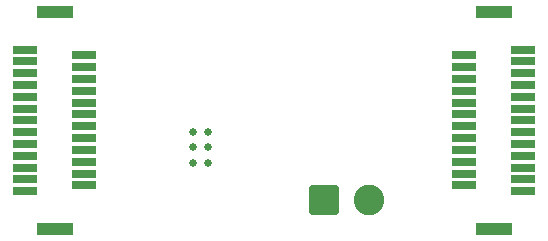
<source format=gbs>
%FSLAX25Y25*%
%MOIN*%
G70*
G01*
G75*
G04 Layer_Color=16711935*
%ADD10R,0.09449X0.12205*%
%ADD11R,0.08661X0.01969*%
G04:AMPARAMS|DCode=12|XSize=39.37mil|YSize=35.43mil|CornerRadius=4.43mil|HoleSize=0mil|Usage=FLASHONLY|Rotation=0.000|XOffset=0mil|YOffset=0mil|HoleType=Round|Shape=RoundedRectangle|*
%AMROUNDEDRECTD12*
21,1,0.03937,0.02658,0,0,0.0*
21,1,0.03051,0.03543,0,0,0.0*
1,1,0.00886,0.01526,-0.01329*
1,1,0.00886,-0.01526,-0.01329*
1,1,0.00886,-0.01526,0.01329*
1,1,0.00886,0.01526,0.01329*
%
%ADD12ROUNDEDRECTD12*%
G04:AMPARAMS|DCode=13|XSize=106.3mil|YSize=51.18mil|CornerRadius=6.4mil|HoleSize=0mil|Usage=FLASHONLY|Rotation=90.000|XOffset=0mil|YOffset=0mil|HoleType=Round|Shape=RoundedRectangle|*
%AMROUNDEDRECTD13*
21,1,0.10630,0.03839,0,0,90.0*
21,1,0.09350,0.05118,0,0,90.0*
1,1,0.01280,0.01919,0.04675*
1,1,0.01280,0.01919,-0.04675*
1,1,0.01280,-0.01919,-0.04675*
1,1,0.01280,-0.01919,0.04675*
%
%ADD13ROUNDEDRECTD13*%
G04:AMPARAMS|DCode=14|XSize=90.55mil|YSize=70.87mil|CornerRadius=8.86mil|HoleSize=0mil|Usage=FLASHONLY|Rotation=0.000|XOffset=0mil|YOffset=0mil|HoleType=Round|Shape=RoundedRectangle|*
%AMROUNDEDRECTD14*
21,1,0.09055,0.05315,0,0,0.0*
21,1,0.07284,0.07087,0,0,0.0*
1,1,0.01772,0.03642,-0.02658*
1,1,0.01772,-0.03642,-0.02658*
1,1,0.01772,-0.03642,0.02658*
1,1,0.01772,0.03642,0.02658*
%
%ADD14ROUNDEDRECTD14*%
G04:AMPARAMS|DCode=15|XSize=224.41mil|YSize=78.74mil|CornerRadius=9.84mil|HoleSize=0mil|Usage=FLASHONLY|Rotation=0.000|XOffset=0mil|YOffset=0mil|HoleType=Round|Shape=RoundedRectangle|*
%AMROUNDEDRECTD15*
21,1,0.22441,0.05906,0,0,0.0*
21,1,0.20472,0.07874,0,0,0.0*
1,1,0.01969,0.10236,-0.02953*
1,1,0.01969,-0.10236,-0.02953*
1,1,0.01969,-0.10236,0.02953*
1,1,0.01969,0.10236,0.02953*
%
%ADD15ROUNDEDRECTD15*%
%ADD16C,0.02000*%
%ADD17C,0.03543*%
%ADD18C,0.02756*%
%ADD19C,0.01500*%
%ADD20C,0.01800*%
%ADD21C,0.04000*%
G04:AMPARAMS|DCode=22|XSize=100mil|YSize=100mil|CornerRadius=12.5mil|HoleSize=0mil|Usage=FLASHONLY|Rotation=270.000|XOffset=0mil|YOffset=0mil|HoleType=Round|Shape=RoundedRectangle|*
%AMROUNDEDRECTD22*
21,1,0.10000,0.07500,0,0,270.0*
21,1,0.07500,0.10000,0,0,270.0*
1,1,0.02500,-0.03750,-0.03750*
1,1,0.02500,-0.03750,0.03750*
1,1,0.02500,0.03750,0.03750*
1,1,0.02500,0.03750,-0.03750*
%
%ADD22ROUNDEDRECTD22*%
%ADD23C,0.10000*%
%ADD24C,0.03150*%
%ADD25C,0.02362*%
%ADD26R,0.11811X0.03937*%
%ADD27R,0.07874X0.02756*%
%ADD28C,0.00787*%
%ADD29C,0.00050*%
%ADD30C,0.01969*%
%ADD31C,0.00500*%
%ADD32C,0.01000*%
%ADD33C,0.00600*%
%ADD34C,0.00300*%
%ADD35R,0.26000X0.07000*%
%ADD36R,0.09649X0.12405*%
%ADD37R,0.08861X0.02169*%
G04:AMPARAMS|DCode=38|XSize=41.37mil|YSize=37.43mil|CornerRadius=5.43mil|HoleSize=0mil|Usage=FLASHONLY|Rotation=0.000|XOffset=0mil|YOffset=0mil|HoleType=Round|Shape=RoundedRectangle|*
%AMROUNDEDRECTD38*
21,1,0.04137,0.02658,0,0,0.0*
21,1,0.03051,0.03743,0,0,0.0*
1,1,0.01086,0.01526,-0.01329*
1,1,0.01086,-0.01526,-0.01329*
1,1,0.01086,-0.01526,0.01329*
1,1,0.01086,0.01526,0.01329*
%
%ADD38ROUNDEDRECTD38*%
G04:AMPARAMS|DCode=39|XSize=108.3mil|YSize=53.18mil|CornerRadius=7.4mil|HoleSize=0mil|Usage=FLASHONLY|Rotation=90.000|XOffset=0mil|YOffset=0mil|HoleType=Round|Shape=RoundedRectangle|*
%AMROUNDEDRECTD39*
21,1,0.10830,0.03839,0,0,90.0*
21,1,0.09350,0.05318,0,0,90.0*
1,1,0.01480,0.01919,0.04675*
1,1,0.01480,0.01919,-0.04675*
1,1,0.01480,-0.01919,-0.04675*
1,1,0.01480,-0.01919,0.04675*
%
%ADD39ROUNDEDRECTD39*%
G04:AMPARAMS|DCode=40|XSize=92.55mil|YSize=72.87mil|CornerRadius=9.86mil|HoleSize=0mil|Usage=FLASHONLY|Rotation=0.000|XOffset=0mil|YOffset=0mil|HoleType=Round|Shape=RoundedRectangle|*
%AMROUNDEDRECTD40*
21,1,0.09255,0.05315,0,0,0.0*
21,1,0.07284,0.07287,0,0,0.0*
1,1,0.01972,0.03642,-0.02658*
1,1,0.01972,-0.03642,-0.02658*
1,1,0.01972,-0.03642,0.02658*
1,1,0.01972,0.03642,0.02658*
%
%ADD40ROUNDEDRECTD40*%
G04:AMPARAMS|DCode=41|XSize=226.41mil|YSize=80.74mil|CornerRadius=10.84mil|HoleSize=0mil|Usage=FLASHONLY|Rotation=0.000|XOffset=0mil|YOffset=0mil|HoleType=Round|Shape=RoundedRectangle|*
%AMROUNDEDRECTD41*
21,1,0.22641,0.05906,0,0,0.0*
21,1,0.20472,0.08074,0,0,0.0*
1,1,0.02169,0.10236,-0.02953*
1,1,0.02169,-0.10236,-0.02953*
1,1,0.02169,-0.10236,0.02953*
1,1,0.02169,0.10236,0.02953*
%
%ADD41ROUNDEDRECTD41*%
G04:AMPARAMS|DCode=42|XSize=102mil|YSize=102mil|CornerRadius=13.5mil|HoleSize=0mil|Usage=FLASHONLY|Rotation=270.000|XOffset=0mil|YOffset=0mil|HoleType=Round|Shape=RoundedRectangle|*
%AMROUNDEDRECTD42*
21,1,0.10200,0.07500,0,0,270.0*
21,1,0.07500,0.10200,0,0,270.0*
1,1,0.02700,-0.03750,-0.03750*
1,1,0.02700,-0.03750,0.03750*
1,1,0.02700,0.03750,0.03750*
1,1,0.02700,0.03750,-0.03750*
%
%ADD42ROUNDEDRECTD42*%
%ADD43C,0.10200*%
%ADD44C,0.02562*%
%ADD45R,0.12011X0.04137*%
%ADD46R,0.08074X0.02956*%
D42*
X601500Y121500D02*
D03*
D43*
X616500D02*
D03*
D44*
X557760Y144118D02*
D03*
Y139000D02*
D03*
Y133882D02*
D03*
X562878D02*
D03*
Y139000D02*
D03*
Y144118D02*
D03*
D45*
X658169Y184221D02*
D03*
Y111779D02*
D03*
X511811D02*
D03*
Y184221D02*
D03*
D46*
X648327Y169653D02*
D03*
Y165717D02*
D03*
Y161779D02*
D03*
Y157843D02*
D03*
Y153905D02*
D03*
Y149969D02*
D03*
Y146031D02*
D03*
Y142095D02*
D03*
Y138157D02*
D03*
Y134221D02*
D03*
Y130283D02*
D03*
Y126347D02*
D03*
X668012Y124378D02*
D03*
Y128315D02*
D03*
Y132252D02*
D03*
Y136189D02*
D03*
Y140126D02*
D03*
Y144063D02*
D03*
Y148000D02*
D03*
Y151937D02*
D03*
Y155874D02*
D03*
Y159811D02*
D03*
Y163748D02*
D03*
Y167685D02*
D03*
Y171622D02*
D03*
X521654Y126347D02*
D03*
Y130283D02*
D03*
Y134221D02*
D03*
Y138157D02*
D03*
Y142095D02*
D03*
Y146031D02*
D03*
Y149969D02*
D03*
Y153905D02*
D03*
Y157843D02*
D03*
Y161779D02*
D03*
Y165717D02*
D03*
Y169653D02*
D03*
X501968Y171622D02*
D03*
Y167685D02*
D03*
Y163748D02*
D03*
Y159811D02*
D03*
Y155874D02*
D03*
Y151937D02*
D03*
Y148000D02*
D03*
Y144063D02*
D03*
Y140126D02*
D03*
Y136189D02*
D03*
Y132252D02*
D03*
Y128315D02*
D03*
Y124378D02*
D03*
M02*

</source>
